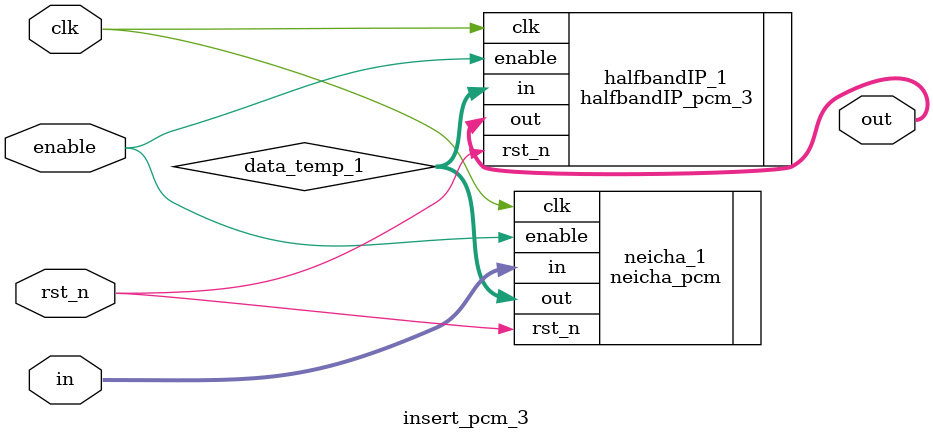
<source format=v>
module insert_pcm_3(in,clk,enable,rst_n,out);

input [23:0]in;
input clk;
input rst_n;
input enable;
output [23:0]out;

wire [23:0]data_temp_1;

neicha_pcm neicha_1(  .in(in),
                  .clk(clk),
						.rst_n(rst_n),
						.out(data_temp_1),
						.enable(enable)
					 );
halfbandIP_pcm_3 halfbandIP_1(    .in(data_temp_1),
                              .clk(clk),
										.out(out),
										.rst_n(rst_n),
										.enable(enable)
									);

endmodule
</source>
